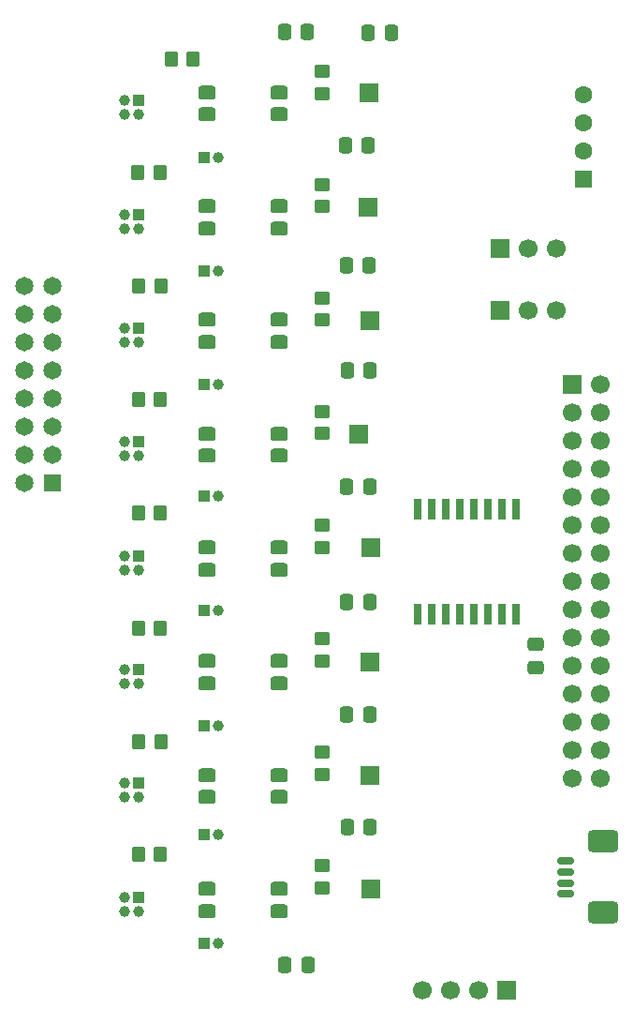
<source format=gbr>
%TF.GenerationSoftware,KiCad,Pcbnew,9.0.2*%
%TF.CreationDate,2025-07-04T16:23:48+10:00*%
%TF.ProjectId,v8a_equip_digital_in_iso_IDC,7638615f-6571-4756-9970-5f6469676974,rev?*%
%TF.SameCoordinates,Original*%
%TF.FileFunction,Soldermask,Top*%
%TF.FilePolarity,Negative*%
%FSLAX46Y46*%
G04 Gerber Fmt 4.6, Leading zero omitted, Abs format (unit mm)*
G04 Created by KiCad (PCBNEW 9.0.2) date 2025-07-04 16:23:48*
%MOMM*%
%LPD*%
G01*
G04 APERTURE LIST*
G04 Aperture macros list*
%AMRoundRect*
0 Rectangle with rounded corners*
0 $1 Rounding radius*
0 $2 $3 $4 $5 $6 $7 $8 $9 X,Y pos of 4 corners*
0 Add a 4 corners polygon primitive as box body*
4,1,4,$2,$3,$4,$5,$6,$7,$8,$9,$2,$3,0*
0 Add four circle primitives for the rounded corners*
1,1,$1+$1,$2,$3*
1,1,$1+$1,$4,$5*
1,1,$1+$1,$6,$7*
1,1,$1+$1,$8,$9*
0 Add four rect primitives between the rounded corners*
20,1,$1+$1,$2,$3,$4,$5,0*
20,1,$1+$1,$4,$5,$6,$7,0*
20,1,$1+$1,$6,$7,$8,$9,0*
20,1,$1+$1,$8,$9,$2,$3,0*%
G04 Aperture macros list end*
%ADD10RoundRect,0.317500X-0.482500X-0.317500X0.482500X-0.317500X0.482500X0.317500X-0.482500X0.317500X0*%
%ADD11RoundRect,0.250000X0.337500X0.475000X-0.337500X0.475000X-0.337500X-0.475000X0.337500X-0.475000X0*%
%ADD12RoundRect,0.250000X-0.450000X0.350000X-0.450000X-0.350000X0.450000X-0.350000X0.450000X0.350000X0*%
%ADD13R,1.700000X1.700000*%
%ADD14RoundRect,0.250000X-0.337500X-0.475000X0.337500X-0.475000X0.337500X0.475000X-0.337500X0.475000X0*%
%ADD15C,1.700000*%
%ADD16R,1.000000X1.000000*%
%ADD17C,1.000000*%
%ADD18RoundRect,0.250000X0.350000X0.450000X-0.350000X0.450000X-0.350000X-0.450000X0.350000X-0.450000X0*%
%ADD19R,1.600000X1.600000*%
%ADD20C,1.600000*%
%ADD21RoundRect,0.250000X-0.475000X0.337500X-0.475000X-0.337500X0.475000X-0.337500X0.475000X0.337500X0*%
%ADD22R,1.650000X1.650000*%
%ADD23C,1.650000*%
%ADD24RoundRect,0.150000X0.625000X-0.150000X0.625000X0.150000X-0.625000X0.150000X-0.625000X-0.150000X0*%
%ADD25RoundRect,0.416666X0.970834X-0.583334X0.970834X0.583334X-0.970834X0.583334X-0.970834X-0.583334X0*%
%ADD26R,0.650000X1.950000*%
G04 APERTURE END LIST*
D10*
%TO.C,U3*%
X21972200Y-21413457D03*
X21972200Y-23413457D03*
X28497200Y-23413457D03*
X28472200Y-21413457D03*
%TD*%
D11*
%TO.C,C5*%
X36673700Y-57124600D03*
X34598700Y-57124600D03*
%TD*%
D10*
%TO.C,U1*%
X21972200Y-11141200D03*
X21972200Y-13141200D03*
X28497200Y-13141200D03*
X28472200Y-11141200D03*
%TD*%
D11*
%TO.C,C3*%
X36673700Y-46736000D03*
X34598700Y-46736000D03*
%TD*%
D10*
%TO.C,U6*%
X21972200Y-72774743D03*
X21972200Y-74774743D03*
X28497200Y-74774743D03*
X28472200Y-72774743D03*
%TD*%
D12*
%TO.C,R1*%
X32334200Y-9236200D03*
X32334200Y-11236200D03*
%TD*%
D13*
%TO.C,J18*%
X36753800Y-83058000D03*
%TD*%
%TO.C,J1*%
X36576000Y-11176000D03*
%TD*%
D14*
%TO.C,C9*%
X29010700Y-89916000D03*
X31085700Y-89916000D03*
%TD*%
D13*
%TO.C,JP1*%
X48463200Y-30759400D03*
D15*
X51003200Y-30759400D03*
X53543200Y-30759400D03*
%TD*%
D13*
%TO.C,J5*%
X54991000Y-37465000D03*
D15*
X57531000Y-37465000D03*
X54991000Y-40005000D03*
X57531000Y-40005000D03*
X54991000Y-42545000D03*
X57531000Y-42545000D03*
X54991000Y-45085000D03*
X57531000Y-45085000D03*
X54991000Y-47625000D03*
X57531000Y-47625000D03*
X54991000Y-50165000D03*
X57531000Y-50165000D03*
X54991000Y-52705000D03*
X57531000Y-52705000D03*
X54991000Y-55245000D03*
X57531000Y-55245000D03*
X54991000Y-57785000D03*
X57531000Y-57785000D03*
X54991000Y-60325000D03*
X57531000Y-60325000D03*
X54991000Y-62865000D03*
X57531000Y-62865000D03*
X54991000Y-65405000D03*
X57531000Y-65405000D03*
X54991000Y-67945000D03*
X57531000Y-67945000D03*
X54991000Y-70485000D03*
X57531000Y-70485000D03*
X54991000Y-73025000D03*
X57531000Y-73025000D03*
%TD*%
D13*
%TO.C,J7*%
X36550600Y-21444857D03*
%TD*%
D12*
%TO.C,R14*%
X32334200Y-80945748D03*
X32334200Y-82945748D03*
%TD*%
D16*
%TO.C,J23*%
X21717000Y-47523400D03*
D17*
X22987000Y-47523400D03*
%TD*%
D13*
%TO.C,J12*%
X36652200Y-31713714D03*
%TD*%
D11*
%TO.C,C10*%
X36699100Y-36220400D03*
X34624100Y-36220400D03*
%TD*%
D18*
%TO.C,R4*%
X17749863Y-49104153D03*
X15749863Y-49104153D03*
%TD*%
D16*
%TO.C,J17*%
X15759263Y-83820000D03*
D17*
X15759263Y-85090000D03*
X14489263Y-83820000D03*
X14489263Y-85090000D03*
%TD*%
D18*
%TO.C,R8*%
X17749863Y-59492753D03*
X15749863Y-59492753D03*
%TD*%
D16*
%TO.C,J8*%
X15773400Y-63246000D03*
D17*
X15773400Y-64516000D03*
X14503400Y-63246000D03*
X14503400Y-64516000D03*
%TD*%
D16*
%TO.C,J13*%
X15748000Y-73507600D03*
D17*
X15748000Y-74777600D03*
X14478000Y-73507600D03*
X14478000Y-74777600D03*
%TD*%
D19*
%TO.C,U9*%
X55956200Y-18948400D03*
D20*
X55956200Y-16408400D03*
X55956200Y-13868400D03*
X55956200Y-11328400D03*
%TD*%
D10*
%TO.C,U5*%
X21972200Y-31685714D03*
X21972200Y-33685714D03*
X28497200Y-33685714D03*
X28472200Y-31685714D03*
%TD*%
%TO.C,U7*%
X21972200Y-41957971D03*
X21972200Y-43957971D03*
X28497200Y-43957971D03*
X28472200Y-41957971D03*
%TD*%
D11*
%TO.C,C4*%
X36546700Y-15925800D03*
X34471700Y-15925800D03*
%TD*%
D21*
%TO.C,C8*%
X51670010Y-60963900D03*
X51670010Y-63038900D03*
%TD*%
D16*
%TO.C,J3*%
X15748000Y-52984400D03*
D17*
X15748000Y-54254400D03*
X14478000Y-52984400D03*
X14478000Y-54254400D03*
%TD*%
D13*
%TO.C,JP2*%
X48463200Y-25222200D03*
D15*
X51003200Y-25222200D03*
X53543200Y-25222200D03*
%TD*%
D12*
%TO.C,R9*%
X32334200Y-29670214D03*
X32334200Y-31670214D03*
%TD*%
D14*
%TO.C,C2*%
X36529100Y-5715000D03*
X38604100Y-5715000D03*
%TD*%
D16*
%TO.C,J20*%
X21717000Y-27279600D03*
D17*
X22987000Y-27279600D03*
%TD*%
D16*
%TO.C,J6*%
X15759263Y-22132982D03*
D17*
X15759263Y-23402982D03*
X14489263Y-22132982D03*
X14489263Y-23402982D03*
%TD*%
D12*
%TO.C,R6*%
X32334200Y-60435534D03*
X32334200Y-62435534D03*
%TD*%
D18*
%TO.C,R15*%
X17749863Y-38817153D03*
X15749863Y-38817153D03*
%TD*%
D13*
%TO.C,CON1*%
X49072800Y-92176600D03*
D15*
X46532800Y-92176600D03*
X43992800Y-92176600D03*
X41452800Y-92176600D03*
%TD*%
D12*
%TO.C,R10*%
X32334200Y-70690641D03*
X32334200Y-72690641D03*
%TD*%
D18*
%TO.C,R12*%
X17800663Y-69728953D03*
X15800663Y-69728953D03*
%TD*%
%TO.C,R3*%
X20710400Y-8102600D03*
X18710400Y-8102600D03*
%TD*%
%TO.C,R11*%
X17775263Y-28606353D03*
X15775263Y-28606353D03*
%TD*%
D13*
%TO.C,J16*%
X35661600Y-41935400D03*
%TD*%
D10*
%TO.C,U8*%
X21972200Y-83047000D03*
X21972200Y-85047000D03*
X28497200Y-85047000D03*
X28472200Y-83047000D03*
%TD*%
D16*
%TO.C,J15*%
X15759263Y-42663439D03*
D17*
X15759263Y-43933439D03*
X14489263Y-42663439D03*
X14489263Y-43933439D03*
%TD*%
D13*
%TO.C,J9*%
X36703000Y-62520286D03*
%TD*%
%TO.C,J14*%
X36677600Y-72789143D03*
%TD*%
D16*
%TO.C,J22*%
X21717000Y-57861200D03*
D17*
X22987000Y-57861200D03*
%TD*%
D18*
%TO.C,R16*%
X17749863Y-79863553D03*
X15749863Y-79863553D03*
%TD*%
D11*
%TO.C,C11*%
X36699100Y-77444600D03*
X34624100Y-77444600D03*
%TD*%
D12*
%TO.C,R2*%
X32334200Y-50180427D03*
X32334200Y-52180427D03*
%TD*%
D16*
%TO.C,J2*%
X15759263Y-11867753D03*
D17*
X15759263Y-13137753D03*
X14489263Y-11867753D03*
X14489263Y-13137753D03*
%TD*%
D22*
%TO.C,J10*%
X7975600Y-46355000D03*
D23*
X5435600Y-46355000D03*
X7975600Y-43815000D03*
X5435600Y-43815000D03*
X7975600Y-41275000D03*
X5435600Y-41275000D03*
X7975600Y-38735000D03*
X5435600Y-38735000D03*
X7975600Y-36195000D03*
X5435600Y-36195000D03*
X7975600Y-33655000D03*
X5435600Y-33655000D03*
X7975600Y-31115000D03*
X5435600Y-31115000D03*
X7975600Y-28575000D03*
X5435600Y-28575000D03*
%TD*%
D16*
%TO.C,J24*%
X21742400Y-87909400D03*
D17*
X23012400Y-87909400D03*
%TD*%
D16*
%TO.C,J19*%
X21717000Y-37490400D03*
D17*
X22987000Y-37490400D03*
%TD*%
D16*
%TO.C,J26*%
X21717000Y-16992600D03*
D17*
X22987000Y-16992600D03*
%TD*%
D16*
%TO.C,J25*%
X21717000Y-78130400D03*
D17*
X22987000Y-78130400D03*
%TD*%
D14*
%TO.C,C1*%
X28959900Y-5664200D03*
X31034900Y-5664200D03*
%TD*%
D12*
%TO.C,R13*%
X32334200Y-39925321D03*
X32334200Y-41925321D03*
%TD*%
D18*
%TO.C,R7*%
X17699063Y-18370153D03*
X15699063Y-18370153D03*
%TD*%
D12*
%TO.C,R5*%
X32334200Y-19415107D03*
X32334200Y-21415107D03*
%TD*%
D10*
%TO.C,U4*%
X21972200Y-62502486D03*
X21972200Y-64502486D03*
X28497200Y-64502486D03*
X28472200Y-62502486D03*
%TD*%
D24*
%TO.C,CON2*%
X54388000Y-83491200D03*
X54388000Y-82491200D03*
X54388000Y-81491200D03*
X54388000Y-80491200D03*
D25*
X57810400Y-85191600D03*
X57810400Y-78740000D03*
%TD*%
D10*
%TO.C,U2*%
X21972200Y-52230229D03*
X21972200Y-54230229D03*
X28497200Y-54230229D03*
X28472200Y-52230229D03*
%TD*%
D13*
%TO.C,J4*%
X36753800Y-52251429D03*
%TD*%
D11*
%TO.C,C7*%
X36648300Y-67284600D03*
X34573300Y-67284600D03*
%TD*%
%TO.C,C6*%
X36613507Y-26695400D03*
X34538507Y-26695400D03*
%TD*%
D16*
%TO.C,J21*%
X21717000Y-68300600D03*
D17*
X22987000Y-68300600D03*
%TD*%
D26*
%TO.C,IC1*%
X49892010Y-48767400D03*
X48622010Y-48767400D03*
X47352010Y-48767400D03*
X46082010Y-48767400D03*
X44812010Y-48767400D03*
X43542010Y-48767400D03*
X42272010Y-48767400D03*
X41002010Y-48767400D03*
X41002010Y-58217400D03*
X42272010Y-58217400D03*
X43542010Y-58217400D03*
X44812010Y-58217400D03*
X46082010Y-58217400D03*
X47352010Y-58217400D03*
X48622010Y-58217400D03*
X49892010Y-58217400D03*
%TD*%
D16*
%TO.C,J11*%
X15759263Y-32398210D03*
D17*
X15759263Y-33668210D03*
X14489263Y-32398210D03*
X14489263Y-33668210D03*
%TD*%
M02*

</source>
